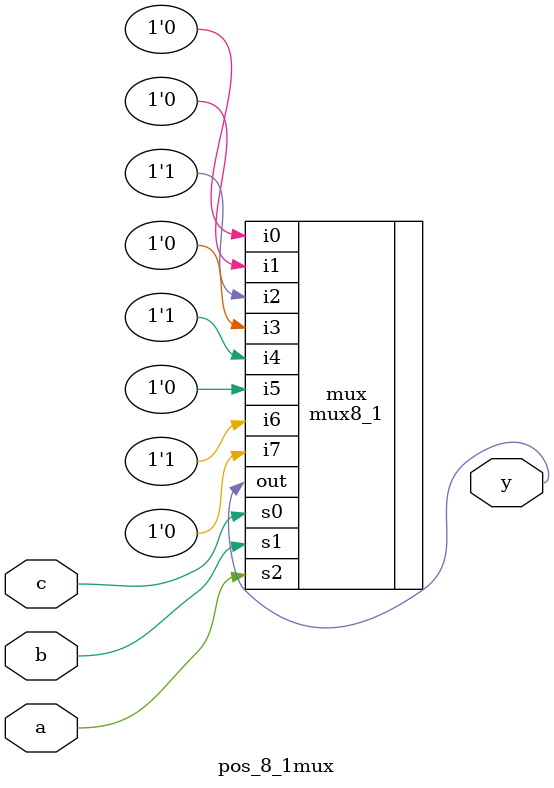
<source format=v>
`timescale 1ns / 1ps


module pos_8_1mux(input a,b,c,output y);
mux8_1 mux(.s0(c),
           .s1(b),
           .s2(a),
            .i0(1'b0),
            .i1(1'b0),
             .i2(1'b1),
             .i3(1'b0),
             .i4(1'b1),
             .i5(1'b0),
             .i6(1'b1),
             .i7(1'b0),
             .out(y));
endmodule

</source>
